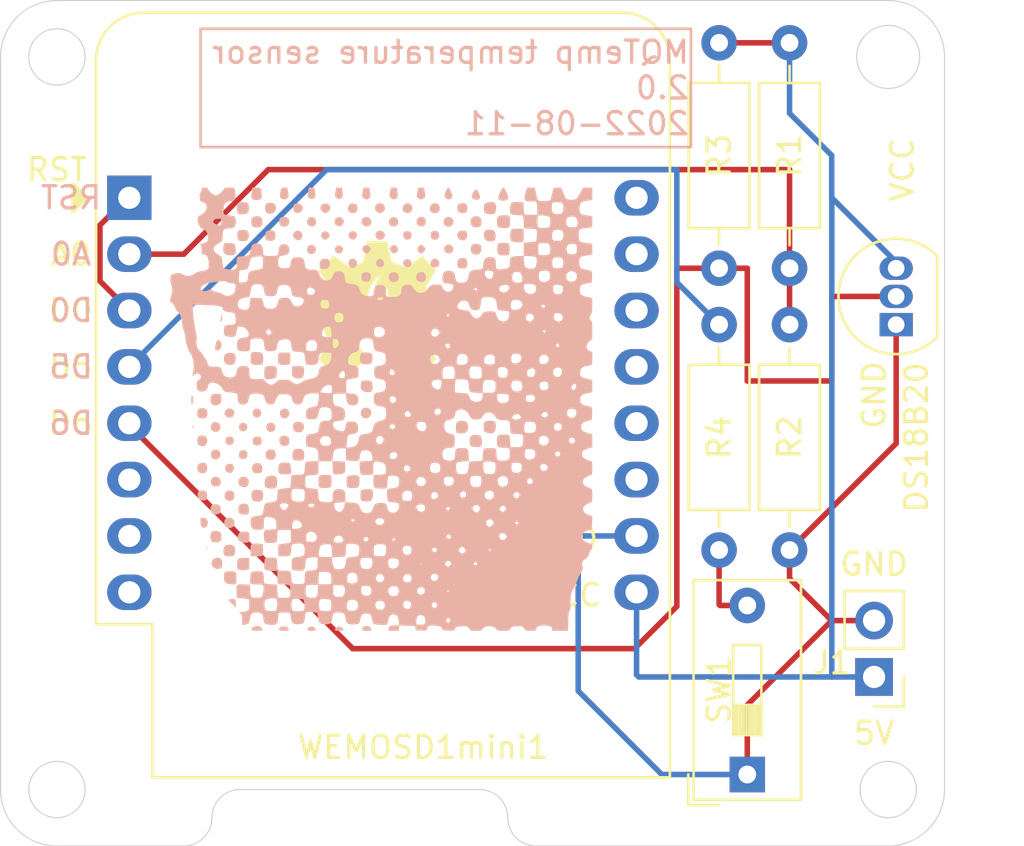
<source format=kicad_pcb>
(kicad_pcb (version 20211014) (generator pcbnew)
  (title_block (title "MQTemp temperature sensor") (date "2022-08-11") (rev "2.0") (company "Mark") (comment 4 "AISLER Project ID: QFNFLDZK"))
  (layers (0 "F.Cu" signal) (31 "B.Cu" signal) (34 "B.Paste" user) (35 "F.Paste" user) (36 "B.SilkS" user "B.Silkscreen") (37 "F.SilkS" user "F.Silkscreen") (38 "B.Mask" user) (39 "F.Mask" user) (44 "Edge.Cuts" user))
  (net 0 "")
  (net 1 "Net-(R1-Pad2)")
  (net 2 "VCC")
  (net 3 "GND")
  (net 4 "/D6")
  (net 5 "Net-(R4-Pad2)")
  (net 6 "/D5")
  (net 7 "Net-(WEMOSD1mini1-Pad1)")
  (footprint "Resistor_THT:R_Axial_DIN0207_L6.3mm_D2.5mm_P10.16mm_Horizontal" (layer "F.Cu") (at 90.805 40.005 -90)
    (fp_text reference "R1" (at 5.08 0 -90) (layer "F.SilkS"))
    (fp_text value "100k")
    (pad "1" thru_hole circle (at 0 0 270) (size 1.6 1.6) (drill 0.8) (layers *.Cu *.Mask) (net 2 "VCC"))
    (pad "2" thru_hole oval (at 10.16 0 270) (size 1.6 1.6) (drill 0.8) (layers *.Cu *.Mask) (net 1 "Net-(R1-Pad2)"))
  )
  (footprint "Resistor_THT:R_Axial_DIN0207_L6.3mm_D2.5mm_P10.16mm_Horizontal" (layer "F.Cu") (at 90.805 52.705 -90)
    (fp_text reference "R2" (at 5.08 0 -90) (layer "F.SilkS"))
    (fp_text value "100k")
    (pad "1" thru_hole circle (at 0 0 270) (size 1.6 1.6) (drill 0.8) (layers *.Cu *.Mask) (net 1 "Net-(R1-Pad2)"))
    (pad "2" thru_hole oval (at 10.16 0 270) (size 1.6 1.6) (drill 0.8) (layers *.Cu *.Mask) (net 3 "GND"))
  )
  (footprint "Resistor_THT:R_Axial_DIN0207_L6.3mm_D2.5mm_P10.16mm_Horizontal" (layer "F.Cu") (at 87.63 40.005 -90)
    (fp_text reference "R3" (at 5.08 0 -90) (layer "F.SilkS"))
    (fp_text value "4k7")
    (pad "1" thru_hole circle (at 0 0 270) (size 1.6 1.6) (drill 0.8) (layers *.Cu *.Mask) (net 2 "VCC"))
    (pad "2" thru_hole oval (at 10.16 0 270) (size 1.6 1.6) (drill 0.8) (layers *.Cu *.Mask) (net 4 "/D6"))
  )
  (footprint "Resistor_THT:R_Axial_DIN0207_L6.3mm_D2.5mm_P10.16mm_Horizontal" (layer "F.Cu") (at 87.63 52.705 -90)
    (fp_text reference "R4" (at 5.08 0 -90) (layer "F.SilkS"))
    (fp_text value "18k")
    (pad "1" thru_hole circle (at 0 0 270) (size 1.6 1.6) (drill 0.8) (layers *.Cu *.Mask) (net 6 "/D5"))
    (pad "2" thru_hole oval (at 10.16 0 270) (size 1.6 1.6) (drill 0.8) (layers *.Cu *.Mask) (net 5 "Net-(R4-Pad2)"))
  )
  (footprint "Button_Switch_THT:SW_DIP_SPSTx01_Slide_9.78x4.72mm_W7.62mm_P2.54mm" (layer "F.Cu") (at 88.9 72.9825 90)
    (fp_text reference "SW1" (at 3.81 -1.27 90) (layer "F.SilkS"))
    (fp_text value "SW_DIP_x01")
    (pad "1" thru_hole rect (at 0 0 90) (size 1.6 1.6) (drill 0.8) (layers *.Cu *.Mask) (net 3 "GND"))
    (pad "2" thru_hole oval (at 7.62 0 90) (size 1.6 1.6) (drill 0.8) (layers *.Cu *.Mask) (net 5 "Net-(R4-Pad2)"))
  )
  (footprint "Module:WEMOS_D1_mini_light" (layer "F.Cu") (at 61.05 46.99)
    (fp_text reference "WEMOSD1mini1" (at 13.245 24.765) (layer "F.SilkS"))
    (fp_text value "WeMos_D1_mini")
    (pad "1" thru_hole rect (at 0 0) (size 2 2) (drill 1) (layers *.Cu *.Mask) (net 7 "Net-(WEMOSD1mini1-Pad1)"))
    (pad "2" thru_hole oval (at 0 2.54) (size 2 1.6) (drill 1) (layers *.Cu *.Mask) (net 1 "Net-(R1-Pad2)"))
    (pad "3" thru_hole oval (at 0 5.08) (size 2 1.6) (drill 1) (layers *.Cu *.Mask) (net 7 "Net-(WEMOSD1mini1-Pad1)"))
    (pad "4" thru_hole oval (at 0 7.62) (size 2 1.6) (drill 1) (layers *.Cu *.Mask) (net 6 "/D5"))
    (pad "5" thru_hole oval (at 0 10.16) (size 2 1.6) (drill 1) (layers *.Cu *.Mask) (net 4 "/D6"))
    (pad "6" thru_hole oval (at 0 12.7) (size 2 1.6) (drill 1) (layers *.Cu *.Mask))
    (pad "7" thru_hole oval (at 0 15.24) (size 2 1.6) (drill 1) (layers *.Cu *.Mask))
    (pad "8" thru_hole oval (at 0 17.78) (size 2 1.6) (drill 1) (layers *.Cu *.Mask))
    (pad "9" thru_hole oval (at 22.86 17.78) (size 2 1.6) (drill 1) (layers *.Cu *.Mask) (net 2 "VCC"))
    (pad "10" thru_hole oval (at 22.86 15.24) (size 2 1.6) (drill 1) (layers *.Cu *.Mask) (net 3 "GND"))
    (pad "11" thru_hole oval (at 22.86 12.7) (size 2 1.6) (drill 1) (layers *.Cu *.Mask))
    (pad "12" thru_hole oval (at 22.86 10.16) (size 2 1.6) (drill 1) (layers *.Cu *.Mask))
    (pad "13" thru_hole oval (at 22.86 7.62) (size 2 1.6) (drill 1) (layers *.Cu *.Mask))
    (pad "14" thru_hole oval (at 22.86 5.08) (size 2 1.6) (drill 1) (layers *.Cu *.Mask))
    (pad "15" thru_hole oval (at 22.86 2.54) (size 2 1.6) (drill 1) (layers *.Cu *.Mask))
    (pad "16" thru_hole oval (at 22.86 0) (size 2 1.6) (drill 1) (layers *.Cu *.Mask))
  )
  (footprint "Package_TO_SOT_THT:TO-92_Inline" (layer "F.Cu") (at 95.61 52.705 90)
    (fp_text reference "DS18B20" (at -5.08 0.91 90) (layer "F.SilkS"))
    (fp_text value "DS18B20")
    (pad "1" thru_hole rect (at 0 0 90) (size 1.05 1.5) (drill 0.75) (layers *.Cu *.Mask) (net 3 "GND"))
    (pad "2" thru_hole oval (at 1.27 0 90) (size 1.05 1.5) (drill 0.75) (layers *.Cu *.Mask) (net 4 "/D6"))
    (pad "3" thru_hole oval (at 2.54 0 90) (size 1.05 1.5) (drill 0.75) (layers *.Cu *.Mask) (net 2 "VCC"))
  )
  (footprint "logos:tudelft-10mm" (layer "F.Cu") (at 72.39 52.07)
    (fp_text reference "GOHL" hide)
    (fp_text value "LOGO" hide)
  )
  (footprint "Connector_PinHeader_2.54mm:PinHeader_1x02_P2.54mm_Vertical" (layer "F.Cu") (at 94.615 68.585 180)
    (fp_text reference "J1" (at 1.905 0.64) (layer "F.SilkS"))
    (fp_text value "Conn_01x02_Male")
    (pad "1" thru_hole rect (at 0 0 180) (size 1.7 1.7) (drill 1) (layers *.Cu *.Mask) (net 2 "VCC"))
    (pad "2" thru_hole oval (at 0 2.54 180) (size 1.7 1.7) (drill 1) (layers *.Cu *.Mask) (net 3 "GND"))
  )
  (footprint "logos:mark-20mm" (layer "B.Cu") (at 70.132144 56.515 180)
    (fp_text reference "GFACE" hide)
    (fp_text value "LOGO" hide)
  )
  (gr_rect (start 64.262 39.37) (end 86.36 44.704) (layer "B.SilkS") (width 0.12) (fill none))
  (gr_arc (start 57.785 76.2) (mid 55.988949 75.456051) (end 55.245 73.66) (layer "Edge.Cuts") (width 0.05))
  (gr_arc (start 55.245 40.64) (mid 55.988949 38.843949) (end 57.785 38.1) (layer "Edge.Cuts") (width 0.05))
  (gr_line (start 95.25 76.2) (end 79.375 76.2) (layer "Edge.Cuts") (width 0.05))
  (gr_circle (center 95.25 73.66) (end 96.266 72.898) (layer "Edge.Cuts") (width 0.05) (fill none))
  (gr_arc (start 79.375 76.2) (mid 78.476974 75.828026) (end 78.105 74.93) (layer "Edge.Cuts") (width 0.05))
  (gr_circle (center 95.25 40.64) (end 96.52 40.005) (layer "Edge.Cuts") (width 0.05) (fill none))
  (gr_arc (start 64.77 74.93) (mid 65.141974 74.031974) (end 66.04 73.66) (layer "Edge.Cuts") (width 0.05))
  (gr_circle (center 57.785 40.64) (end 59.055 40.64) (layer "Edge.Cuts") (width 0.05) (fill none))
  (gr_line (start 95.25 38.1) (end 57.785 38.1) (layer "Edge.Cuts") (width 0.05))
  (gr_arc (start 97.79 73.66) (mid 97.046051 75.456051) (end 95.25 76.2) (layer "Edge.Cuts") (width 0.05))
  (gr_arc (start 76.835 73.66) (mid 77.733026 74.031974) (end 78.105 74.93) (layer "Edge.Cuts") (width 0.05))
  (gr_arc (start 64.77 74.93) (mid 64.398026 75.828026) (end 63.5 76.2) (layer "Edge.Cuts") (width 0.05))
  (gr_line (start 97.79 73.66) (end 97.79 40.64) (layer "Edge.Cuts") (width 0.05))
  (gr_line (start 66.04 73.66) (end 76.835 73.66) (layer "Edge.Cuts") (width 0.05))
  (gr_arc (start 95.25 38.1) (mid 97.046051 38.843949) (end 97.79 40.64) (layer "Edge.Cuts") (width 0.05))
  (gr_line (start 63.5 76.2) (end 57.785 76.2) (layer "Edge.Cuts") (width 0.05))
  (gr_line (start 55.245 40.64) (end 55.245 73.66) (layer "Edge.Cuts") (width 0.05))
  (gr_circle (center 57.785 73.66) (end 59.055 73.66) (layer "Edge.Cuts") (width 0.05) (fill none))
  (gr_text "A0" (at 58.42 49.53) (layer "B.SilkS") (effects (font (size 1 1)) (justify mirror)))
  (gr_text "RST" (at 58.42 46.99) (layer "B.SilkS") (effects (font (size 1 1)) (justify mirror)))
  (gr_text "D6" (at 58.42 57.15) (layer "B.SilkS") (effects (font (size 1 1)) (justify mirror)))
  (gr_text "D0" (at 58.42 52.07) (layer "B.SilkS") (effects (font (size 1 1)) (justify mirror)))
  (gr_text "${TITLE}\n${REVISION}\n${ISSUE_DATE}" (at 86.36 42.037) (layer "B.SilkS") (effects (font (size 1 1)) (justify left mirror)))
  (gr_text "D5" (at 58.42 54.61) (layer "B.SilkS") (effects (font (size 1 1)) (justify mirror)))
  (gr_text "RST" (at 57.785 45.72) (layer "F.SilkS") (effects (font (size 1 1))))
  (gr_text "D6" (at 58.42 57.15) (layer "F.SilkS") (effects (font (size 1 1))))
  (gr_text "GND" (at 94.615 55.88 90) (layer "F.SilkS") (effects (font (size 1 1))))
  (gr_text "VCC" (at 95.885 45.72 90) (layer "F.SilkS") (effects (font (size 1 1))))
  (gr_text "D5" (at 58.42 54.61) (layer "F.SilkS") (effects (font (size 1 1))))
  (gr_text "VCC" (at 80.899 64.897) (layer "F.SilkS") (effects (font (size 1 1))))
  (gr_text "GND" (at 94.615 63.5) (layer "F.SilkS") (effects (font (size 1 1))))
  (gr_text "5V" (at 94.615 71.12) (layer "F.SilkS") (effects (font (size 1 1))))
  (gr_text "GND" (at 80.645 62.357) (layer "F.SilkS") (effects (font (size 1 1))))
  (gr_text "A0" (at 58.42 49.53) (layer "F.SilkS") (effects (font (size 1 1))))
  (gr_text "D0" (at 58.42 52.07) (layer "F.SilkS") (effects (font (size 1 1))))
  (segment (start 90.805 45.72) (end 67.31 45.72) (width 0.25) (layer "F.Cu") (net 1))
  (segment (start 90.805 52.705) (end 90.805 50.165) (width 0.25) (layer "F.Cu") (net 1))
  (segment (start 90.805 50.165) (end 90.805 45.72) (width 0.25) (layer "F.Cu") (net 1))
  (segment (start 67.31 45.72) (end 63.5 49.53) (width 0.25) (layer "F.Cu") (net 1))
  (segment (start 63.5 49.53) (end 61.05 49.53) (width 0.25) (layer "F.Cu") (net 1))
  (segment (start 90.805 40.005) (end 87.63 40.005) (width 0.25) (layer "F.Cu") (net 2))
  (segment (start 92.71 46.985) (end 92.71 68.58) (width 0.25) (layer "B.Cu") (net 2))
  (segment (start 84.005 68.585) (end 92.705 68.585) (width 0.25) (layer "B.Cu") (net 2))
  (segment (start 92.71 68.58) (end 92.705 68.585) (width 0.25) (layer "B.Cu") (net 2))
  (segment (start 95.61 50.165) (end 95.61 49.89) (width 0.25) (layer "B.Cu") (net 2))
  (segment (start 95.61 49.89) (end 92.705 46.985) (width 0.25) (layer "B.Cu") (net 2))
  (segment (start 83.91 68.49) (end 84.005 68.585) (width 0.25) (layer "B.Cu") (net 2))
  (segment (start 92.71 45.085) (end 90.805 43.18) (width 0.25) (layer "B.Cu") (net 2))
  (segment (start 92.705 68.585) (end 94.615 68.585) (width 0.25) (layer "B.Cu") (net 2))
  (segment (start 83.91 64.77) (end 83.91 68.49) (width 0.25) (layer "B.Cu") (net 2))
  (segment (start 90.805 43.18) (end 90.805 40.005) (width 0.25) (layer "B.Cu") (net 2))
  (segment (start 92.705 45.085) (end 92.705 46.985) (width 0.25) (layer "B.Cu") (net 2))
  (segment (start 95.61 58.06) (end 95.61 52.705) (width 0.25) (layer "F.Cu") (net 3))
  (segment (start 92.705 66.045) (end 94.615 66.045) (width 0.25) (layer "F.Cu") (net 3))
  (segment (start 92.705 66.045) (end 90.805 64.145) (width 0.25) (layer "F.Cu") (net 3))
  (segment (start 90.805 62.865) (end 95.61 58.06) (width 0.25) (layer "F.Cu") (net 3))
  (segment (start 88.9 72.9825) (end 88.9 69.85) (width 0.25) (layer "F.Cu") (net 3))
  (segment (start 90.805 64.145) (end 90.805 62.865) (width 0.25) (layer "F.Cu") (net 3))
  (segment (start 88.9 69.85) (end 92.705 66.045) (width 0.25) (layer "F.Cu") (net 3))
  (segment (start 81.28 62.23) (end 81.28 69.215) (width 0.25) (layer "B.Cu") (net 3))
  (segment (start 83.91 62.23) (end 81.28 62.23) (width 0.25) (layer "B.Cu") (net 3))
  (segment (start 85.0475 72.9825) (end 88.9 72.9825) (width 0.25) (layer "B.Cu") (net 3))
  (segment (start 81.28 69.215) (end 85.0475 72.9825) (width 0.25) (layer "B.Cu") (net 3))
  (segment (start 83.82 67.31) (end 85.725 65.405) (width 0.25) (layer "F.Cu") (net 4))
  (segment (start 95.61 51.435) (end 92.71 51.435) (width 0.25) (layer "F.Cu") (net 4))
  (segment (start 92.71 51.435) (end 92.71 55.245) (width 0.25) (layer "F.Cu") (net 4))
  (segment (start 61.05 57.15) (end 61.05 57.24) (width 0.25) (layer "F.Cu") (net 4))
  (segment (start 92.71 55.245) (end 88.9 55.245) (width 0.25) (layer "F.Cu") (net 4))
  (segment (start 85.725 65.405) (end 85.725 50.165) (width 0.25) (layer "F.Cu") (net 4))
  (segment (start 88.9 55.245) (end 88.9 50.165) (width 0.25) (layer "F.Cu") (net 4))
  (segment (start 71.12 67.31) (end 83.82 67.31) (width 0.25) (layer "F.Cu") (net 4))
  (segment (start 85.725 50.165) (end 87.63 50.165) (width 0.25) (layer "F.Cu") (net 4))
  (segment (start 88.9 50.165) (end 87.63 50.165) (width 0.25) (layer "F.Cu") (net 4))
  (segment (start 61.05 57.24) (end 71.12 67.31) (width 0.25) (layer "F.Cu") (net 4))
  (segment (start 87.63 65.32) (end 87.63 62.865) (width 0.25) (layer "F.Cu") (net 5))
  (segment (start 87.6725 65.3625) (end 87.63 65.32) (width 0.25) (layer "F.Cu") (net 5))
  (segment (start 88.9 65.3625) (end 87.6725 65.3625) (width 0.25) (layer "F.Cu") (net 5))
  (segment (start 69.94 45.72) (end 61.05 54.61) (width 0.25) (layer "B.Cu") (net 6))
  (segment (start 87.63 52.705) (end 85.725 50.8) (width 0.25) (layer "B.Cu") (net 6))
  (segment (start 85.725 50.8) (end 85.725 45.72) (width 0.25) (layer "B.Cu") (net 6))
  (segment (start 85.725 45.72) (end 69.94 45.72) (width 0.25) (layer "B.Cu") (net 6))
  (segment (start 59.72499 50.74499) (end 61.05 52.07) (width 0.25) (layer "F.Cu") (net 7))
  (segment (start 60.96 46.99) (end 59.72499 48.22501) (width 0.25) (layer "F.Cu") (net 7))
  (segment (start 61.05 46.99) (end 60.96 46.99) (width 0.25) (layer "F.Cu") (net 7))
  (segment (start 59.72499 48.22501) (end 59.72499 50.74499) (width 0.25) (layer "F.Cu") (net 7))
)
</source>
